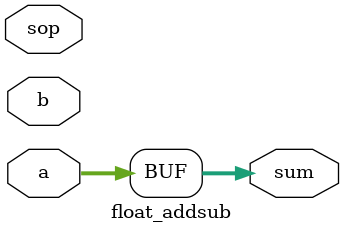
<source format=v>
module float_addsub(
                    input [63:0]  a,
                    input [63:0]  b,
                    input         sop,
                    output [63:0] sum
                    );

   assign seff = a[63] ^ b[63] ^ sop;

   always @* begin
      $display("(s e f) a - (%b %b %b)", a[63], a[62:52], a[51:0]);
      $display("(s e f) b - (%b %b %b)", b[63], b[62:52], b[51:0]);
      $display("add? - %b", sop);
      $display("bseff: %b", seff);
   end

   assign sum = a;

endmodule

</source>
